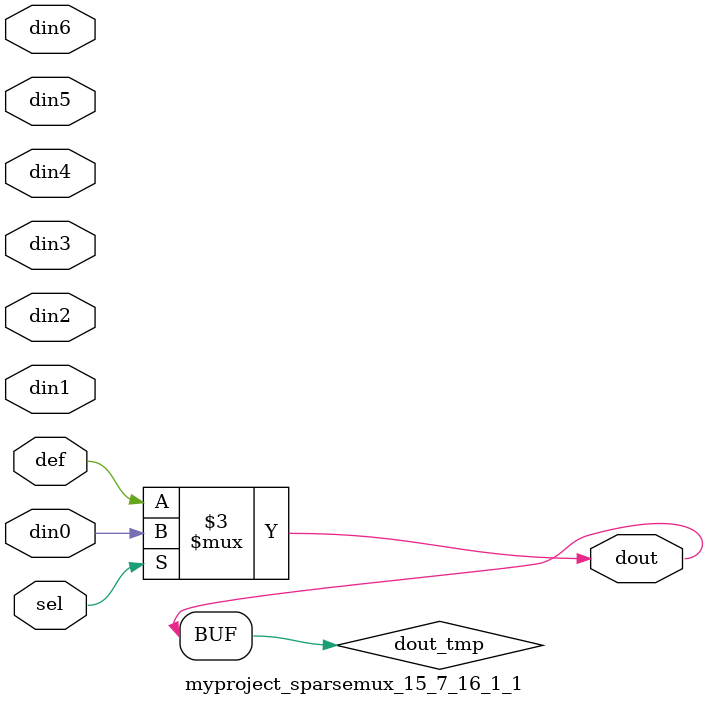
<source format=v>
`timescale 1ns / 1ps

module myproject_sparsemux_15_7_16_1_1 (din0,din1,din2,din3,din4,din5,din6,def,sel,dout);

parameter din0_WIDTH = 1;

parameter din1_WIDTH = 1;

parameter din2_WIDTH = 1;

parameter din3_WIDTH = 1;

parameter din4_WIDTH = 1;

parameter din5_WIDTH = 1;

parameter din6_WIDTH = 1;

parameter def_WIDTH = 1;
parameter sel_WIDTH = 1;
parameter dout_WIDTH = 1;

parameter [sel_WIDTH-1:0] CASE0 = 1;

parameter [sel_WIDTH-1:0] CASE1 = 1;

parameter [sel_WIDTH-1:0] CASE2 = 1;

parameter [sel_WIDTH-1:0] CASE3 = 1;

parameter [sel_WIDTH-1:0] CASE4 = 1;

parameter [sel_WIDTH-1:0] CASE5 = 1;

parameter [sel_WIDTH-1:0] CASE6 = 1;

parameter ID = 1;
parameter NUM_STAGE = 1;



input [din0_WIDTH-1:0] din0;

input [din1_WIDTH-1:0] din1;

input [din2_WIDTH-1:0] din2;

input [din3_WIDTH-1:0] din3;

input [din4_WIDTH-1:0] din4;

input [din5_WIDTH-1:0] din5;

input [din6_WIDTH-1:0] din6;

input [def_WIDTH-1:0] def;
input [sel_WIDTH-1:0] sel;

output [dout_WIDTH-1:0] dout;



reg [dout_WIDTH-1:0] dout_tmp;

always @ (*) begin
case (sel)
    
    CASE0 : dout_tmp = din0;
    
    CASE1 : dout_tmp = din1;
    
    CASE2 : dout_tmp = din2;
    
    CASE3 : dout_tmp = din3;
    
    CASE4 : dout_tmp = din4;
    
    CASE5 : dout_tmp = din5;
    
    CASE6 : dout_tmp = din6;
    
    default : dout_tmp = def;
endcase
end


assign dout = dout_tmp;



endmodule

</source>
